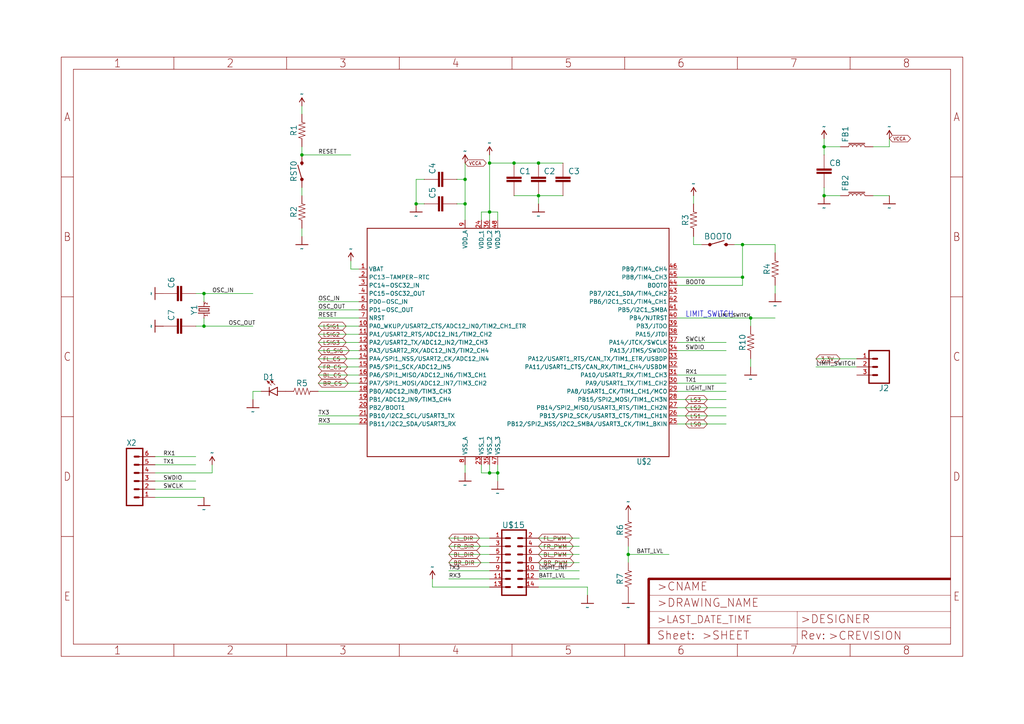
<source format=kicad_sch>
(kicad_sch (version 20211123) (generator eeschema)
  (paper "User" 318.77 225.501)
  (lib_symbols
    (symbol "layer1-eagle-import:3.3V" (power)
      (property "Value" "3.3V" (at 0 2.794 0))
      (symbol "3.3V_1_0"
        (polyline (pts (xy 0 2.54) (xy -0.762 1.27)) (stroke (width 0.254)))
        (polyline (pts (xy 0.762 1.27) (xy 0 2.54)) (stroke (width 0.254)))
        (pin power_in line (at 0 0 90) (length 2.54) (name "3.3V") (number "1"))
      )
    )
    (symbol "layer1-eagle-import:AGND" (power)
      (property "Value" "AGND" (at 0 -0.254 0))
      (symbol "AGND_1_0"
        (polyline (pts (xy -1.905 0) (xy 1.905 0)) (stroke (width 0.254)))
        (pin power_in line (at 0 2.54 270) (length 2.54) (name "AGND") (number "1"))
      )
    )
    (symbol "layer1-eagle-import:CAPACITOR0603"
      (property "Reference" "C" (at 1.524 2.54 0))
      (property "Value" "CAPACITOR0603" (at 1.524 -2.54 0))
      (symbol "CAPACITOR0603_1_0"
        (rectangle (start -2.286 -0.762) (end 2.286 -0.254) (fill (type outline)))
        (rectangle (start -2.286 0.254) (end 2.286 0.762) (fill (type outline)))
        (polyline (pts (xy 0 -0.762) (xy 0 -5.08)) (stroke (width 0.1524)))
        (polyline (pts (xy 0 5.08) (xy 0 0.762)) (stroke (width 0.1524)))
        (pin passive line (at 0 5.08 270) (length 0) (name "1") (number "1"))
        (pin passive line (at 0 -5.08 90) (length 0) (name "2") (number "2"))
      )
    )
    (symbol "layer1-eagle-import:CONN_03LOCK_NO_SILK"
      (property "Reference" "J" (at -2.54 5.588 0))
      (property "Value" "CONN_03LOCK_NO_SILK" (at -2.54 -7.366 0))
      (symbol "CONN_03LOCK_NO_SILK_1_0"
        (polyline (pts (xy -2.54 5.08) (xy -2.54 -5.08)) (stroke (width 0.4064)))
        (polyline (pts (xy -2.54 5.08) (xy 3.81 5.08)) (stroke (width 0.4064)))
        (polyline (pts (xy 1.27 -2.54) (xy 2.54 -2.54)) (stroke (width 0.6096)))
        (polyline (pts (xy 1.27 0) (xy 2.54 0)) (stroke (width 0.6096)))
        (polyline (pts (xy 1.27 2.54) (xy 2.54 2.54)) (stroke (width 0.6096)))
        (polyline (pts (xy 3.81 -5.08) (xy -2.54 -5.08)) (stroke (width 0.4064)))
        (polyline (pts (xy 3.81 -5.08) (xy 3.81 5.08)) (stroke (width 0.4064)))
        (pin passive line (at 7.62 -2.54 180) (length 5.08) (name "1") (number "1"))
        (pin passive line (at 7.62 0 180) (length 5.08) (name "2") (number "2"))
        (pin passive line (at 7.62 2.54 180) (length 5.08) (name "3") (number "3"))
      )
    )
    (symbol "layer1-eagle-import:CONN_07X2"
      (property "Value" "CONN_07X2" (at -3.81 -12.446 0))
      (symbol "CONN_07X2_1_0"
        (polyline (pts (xy -3.81 10.16) (xy -3.81 -10.16)) (stroke (width 0.4064)))
        (polyline (pts (xy -3.81 10.16) (xy 3.81 10.16)) (stroke (width 0.4064)))
        (polyline (pts (xy -1.27 -7.62) (xy -2.54 -7.62)) (stroke (width 0.6096)))
        (polyline (pts (xy -1.27 -5.08) (xy -2.54 -5.08)) (stroke (width 0.6096)))
        (polyline (pts (xy -1.27 -2.54) (xy -2.54 -2.54)) (stroke (width 0.6096)))
        (polyline (pts (xy -1.27 0) (xy -2.54 0)) (stroke (width 0.6096)))
        (polyline (pts (xy -1.27 2.54) (xy -2.54 2.54)) (stroke (width 0.6096)))
        (polyline (pts (xy -1.27 5.08) (xy -2.54 5.08)) (stroke (width 0.6096)))
        (polyline (pts (xy -1.27 7.62) (xy -2.54 7.62)) (stroke (width 0.6096)))
        (polyline (pts (xy 1.27 -7.62) (xy 2.54 -7.62)) (stroke (width 0.6096)))
        (polyline (pts (xy 1.27 -5.08) (xy 2.54 -5.08)) (stroke (width 0.6096)))
        (polyline (pts (xy 1.27 -2.54) (xy 2.54 -2.54)) (stroke (width 0.6096)))
        (polyline (pts (xy 1.27 0) (xy 2.54 0)) (stroke (width 0.6096)))
        (polyline (pts (xy 1.27 2.54) (xy 2.54 2.54)) (stroke (width 0.6096)))
        (polyline (pts (xy 1.27 5.08) (xy 2.54 5.08)) (stroke (width 0.6096)))
        (polyline (pts (xy 1.27 7.62) (xy 2.54 7.62)) (stroke (width 0.6096)))
        (polyline (pts (xy 3.81 -10.16) (xy -3.81 -10.16)) (stroke (width 0.4064)))
        (polyline (pts (xy 3.81 -10.16) (xy 3.81 10.16)) (stroke (width 0.4064)))
        (pin passive line (at -7.62 7.62 0) (length 5.08) (name "1") (number "1"))
        (pin passive line (at 7.62 -2.54 180) (length 5.08) (name "10") (number "10"))
        (pin passive line (at -7.62 -5.08 0) (length 5.08) (name "11") (number "11"))
        (pin passive line (at 7.62 -5.08 180) (length 5.08) (name "12") (number "12"))
        (pin passive line (at -7.62 -7.62 0) (length 5.08) (name "13") (number "13"))
        (pin passive line (at 7.62 -7.62 180) (length 5.08) (name "14") (number "14"))
        (pin passive line (at 7.62 7.62 180) (length 5.08) (name "2") (number "2"))
        (pin passive line (at -7.62 5.08 0) (length 5.08) (name "3") (number "3"))
        (pin passive line (at 7.62 5.08 180) (length 5.08) (name "4") (number "4"))
        (pin passive line (at -7.62 2.54 0) (length 5.08) (name "5") (number "5"))
        (pin passive line (at 7.62 2.54 180) (length 5.08) (name "6") (number "6"))
        (pin passive line (at -7.62 0 0) (length 5.08) (name "7") (number "7"))
        (pin passive line (at 7.62 0 180) (length 5.08) (name "8") (number "8"))
        (pin passive line (at -7.62 -2.54 0) (length 5.08) (name "9") (number "9"))
      )
    )
    (symbol "layer1-eagle-import:CRYSTALSMD-5X3.2-2PAD"
      (property "Reference" "Y" (at 0 2.032 0))
      (property "Value" "CRYSTALSMD-5X3.2-2PAD" (at 0 -2.032 0))
      (symbol "CRYSTALSMD-5X3.2-2PAD_1_0"
        (polyline (pts (xy -2.54 0) (xy -1.016 0)) (stroke (width 0.1524)))
        (polyline (pts (xy -1.016 1.778) (xy -1.016 -1.778)) (stroke (width 0.254)))
        (polyline (pts (xy -0.381 -1.524) (xy 0.381 -1.524)) (stroke (width 0.254)))
        (polyline (pts (xy -0.381 1.524) (xy -0.381 -1.524)) (stroke (width 0.254)))
        (polyline (pts (xy 0.381 -1.524) (xy 0.381 1.524)) (stroke (width 0.254)))
        (polyline (pts (xy 0.381 1.524) (xy -0.381 1.524)) (stroke (width 0.254)))
        (polyline (pts (xy 1.016 0) (xy 2.54 0)) (stroke (width 0.1524)))
        (polyline (pts (xy 1.016 1.778) (xy 1.016 -1.778)) (stroke (width 0.254)))
        (text "1" (at -2.159 -1.143 0) (effects (font (size 0.8636 0.734)) (justify left bottom)))
        (text "2" (at 1.524 -1.143 0) (effects (font (size 0.8636 0.734)) (justify left bottom)))
        (pin passive line (at -2.54 0 0) (length 0) (name "1") (number "P$1"))
        (pin passive line (at 2.54 0 180) (length 0) (name "2") (number "P$2"))
      )
    )
    (symbol "layer1-eagle-import:FERRITE_BEAD-0603"
      (property "Reference" "FB" (at 1.27 2.54 0))
      (property "Value" "FERRITE_BEAD-0603" (at 1.27 -2.54 0))
      (symbol "FERRITE_BEAD-0603_1_0"
        (arc (start 0 -2.54) (mid 0.635 -1.905) (end 0 -1.27) (stroke (width 0.1524)))
        (arc (start 0 -1.27) (mid 0.635 -0.635) (end 0 0) (stroke (width 0.1524)))
        (polyline (pts (xy 0.889 2.54) (xy 0.889 -2.54)) (stroke (width 0.1524)))
        (polyline (pts (xy 1.143 2.54) (xy 1.143 -2.54)) (stroke (width 0.1524)))
        (arc (start 0 0) (mid 0.635 0.635) (end 0 1.27) (stroke (width 0.1524)))
        (arc (start 0 1.27) (mid 0.635 1.905) (end 0 2.54) (stroke (width 0.1524)))
        (pin passive line (at 0 5.08 270) (length 2.54) (name "1") (number "1"))
        (pin passive line (at 0 -5.08 90) (length 2.54) (name "2") (number "2"))
      )
    )
    (symbol "layer1-eagle-import:FRAME-A4L"
      (symbol "FRAME-A4L_0_0"
        (polyline (pts (xy -3.81 33.528) (xy 0 33.528)))
        (polyline (pts (xy -3.81 70.866) (xy 0 70.866)))
        (polyline (pts (xy -3.81 108.204) (xy 0 108.204)))
        (polyline (pts (xy -3.81 145.542) (xy 0 145.542)))
        (polyline (pts (xy 0 0) (xy 0 179.07)))
        (polyline (pts (xy 31.2738 -3.81) (xy 31.2738 0)))
        (polyline (pts (xy 31.2738 179.07) (xy 31.2738 182.88)))
        (polyline (pts (xy 66.3575 -3.81) (xy 66.3575 0)))
        (polyline (pts (xy 66.3575 179.07) (xy 66.3575 182.88)))
        (polyline (pts (xy 101.4413 -3.81) (xy 101.4413 0)))
        (polyline (pts (xy 101.4413 179.07) (xy 101.4413 182.88)))
        (polyline (pts (xy 136.525 -3.81) (xy 136.525 0)))
        (polyline (pts (xy 136.525 179.07) (xy 136.525 182.88)))
        (polyline (pts (xy 171.6088 -3.81) (xy 171.6088 0)))
        (polyline (pts (xy 171.6088 179.07) (xy 171.6088 182.88)))
        (polyline (pts (xy 206.6925 -3.81) (xy 206.6925 0)))
        (polyline (pts (xy 206.6925 179.07) (xy 206.6925 182.88)))
        (polyline (pts (xy 241.7763 -3.81) (xy 241.7763 0)))
        (polyline (pts (xy 241.7763 179.07) (xy 241.7763 182.88)))
        (polyline (pts (xy 273.05 0) (xy 0 0)))
        (polyline (pts (xy 273.05 0) (xy 273.05 179.07)))
        (polyline (pts (xy 273.05 33.528) (xy 276.86 33.528)))
        (polyline (pts (xy 273.05 70.866) (xy 276.86 70.866)))
        (polyline (pts (xy 273.05 108.204) (xy 276.86 108.204)))
        (polyline (pts (xy 273.05 145.542) (xy 276.86 145.542)))
        (polyline (pts (xy 273.05 179.07) (xy 0 179.07)))
        (polyline (pts (xy -3.81 -3.81) (xy 276.86 -3.81) (xy 276.86 182.88) (xy -3.81 182.88) (xy -3.81 -3.81)))
        (text "1" (at 13.7319 -1.905 0) (effects (font (size 2.54 2.286))))
        (text "1" (at 13.7319 180.975 0) (effects (font (size 2.54 2.286))))
        (text "2" (at 48.8156 -1.905 0) (effects (font (size 2.54 2.286))))
        (text "2" (at 48.8156 180.975 0) (effects (font (size 2.54 2.286))))
        (text "3" (at 83.8994 -1.905 0) (effects (font (size 2.54 2.286))))
        (text "3" (at 83.8994 180.975 0) (effects (font (size 2.54 2.286))))
        (text "4" (at 118.9831 -1.905 0) (effects (font (size 2.54 2.286))))
        (text "4" (at 118.9831 180.975 0) (effects (font (size 2.54 2.286))))
        (text "5" (at 154.0669 -1.905 0) (effects (font (size 2.54 2.286))))
        (text "5" (at 154.0669 180.975 0) (effects (font (size 2.54 2.286))))
        (text "6" (at 189.1506 -1.905 0) (effects (font (size 2.54 2.286))))
        (text "6" (at 189.1506 180.975 0) (effects (font (size 2.54 2.286))))
        (text "7" (at 224.2344 -1.905 0) (effects (font (size 2.54 2.286))))
        (text "7" (at 224.2344 180.975 0) (effects (font (size 2.54 2.286))))
        (text "8" (at 259.3181 -1.905 0) (effects (font (size 2.54 2.286))))
        (text "8" (at 259.3181 180.975 0) (effects (font (size 2.54 2.286))))
        (text "A" (at -1.905 164.211 0) (effects (font (size 2.54 2.286))))
        (text "A" (at 274.955 164.211 0) (effects (font (size 2.54 2.286))))
        (text "B" (at -1.905 126.873 0) (effects (font (size 2.54 2.286))))
        (text "B" (at 274.955 126.873 0) (effects (font (size 2.54 2.286))))
        (text "C" (at -1.905 89.535 0) (effects (font (size 2.54 2.286))))
        (text "C" (at 274.955 89.535 0) (effects (font (size 2.54 2.286))))
        (text "D" (at -1.905 52.197 0) (effects (font (size 2.54 2.286))))
        (text "D" (at 274.955 52.197 0) (effects (font (size 2.54 2.286))))
        (text "E" (at -1.905 14.859 0) (effects (font (size 2.54 2.286))))
        (text "E" (at 274.955 14.859 0) (effects (font (size 2.54 2.286))))
      )
      (symbol "FRAME-A4L_1_0"
        (polyline (pts (xy 179.07 10.16) (xy 225.29 10.16)) (stroke (width 0.1016)))
        (polyline (pts (xy 179.07 15.24) (xy 273.05 15.24)) (stroke (width 0.1016)))
        (polyline (pts (xy 179.07 19.05) (xy 179.07 20.32)) (stroke (width 0.6096)))
        (polyline (pts (xy 179.07 20.32) (xy 180.34 20.32)) (stroke (width 0.6096)))
        (polyline (pts (xy 225.29 -0.1) (xy 225.29 5.08)) (stroke (width 0.1016)))
        (polyline (pts (xy 225.29 5.08) (xy 179.07 5.08)) (stroke (width 0.1016)))
        (polyline (pts (xy 225.29 5.08) (xy 225.29 10.16)) (stroke (width 0.1016)))
        (polyline (pts (xy 225.29 5.08) (xy 273.05 5.08)) (stroke (width 0.1016)))
        (polyline (pts (xy 225.29 10.16) (xy 273.05 10.16)) (stroke (width 0.1016)))
        (rectangle (start 178.7652 0) (end 179.3748 20.32) (fill (type outline)))
        (rectangle (start 179.07 20.6248) (end 273.05 20.0152) (fill (type outline)))
        (text ">CNAME" (at 181.61 16.51 0) (effects (font (size 2.54 2.54)) (justify left bottom)))
        (text ">CREVISION" (at 234.92 1.17 0) (effects (font (size 2.54 2.54)) (justify left bottom)))
        (text ">DESIGNER" (at 226.26 6.35 0) (effects (font (size 2.54 2.54)) (justify left bottom)))
        (text ">DRAWING_NAME" (at 181.61 11.43 0) (effects (font (size 2.54 2.54)) (justify left bottom)))
        (text ">LAST_DATE_TIME" (at 181.61 6.35 0) (effects (font (size 2.286 2.286)) (justify left bottom)))
        (text ">SHEET" (at 195.58 1.27 0) (effects (font (size 2.54 2.54)) (justify left bottom)))
        (text "Rev:" (at 226.16 1.27 0) (effects (font (size 2.54 2.54)) (justify left bottom)))
        (text "Sheet:" (at 181.61 1.27 0) (effects (font (size 2.54 2.54)) (justify left bottom)))
      )
    )
    (symbol "layer1-eagle-import:GND" (power)
      (property "Value" "GND" (at 0 -0.254 0))
      (symbol "GND_1_0"
        (polyline (pts (xy -1.905 0) (xy 1.905 0)) (stroke (width 0.254)))
        (pin power_in line (at 0 2.54 270) (length 2.54) (name "GND") (number "1"))
      )
    )
    (symbol "layer1-eagle-import:LED0603"
      (property "Reference" "D" (at -3.429 -4.572 90))
      (property "Value" "LED0603" (at 1.905 -4.572 90))
      (symbol "LED0603_1_0"
        (polyline (pts (xy -2.032 -0.762) (xy -3.429 -2.159)) (stroke (width 0.1524)))
        (polyline (pts (xy -1.905 -1.905) (xy -3.302 -3.302)) (stroke (width 0.1524)))
        (polyline (pts (xy 0 -2.54) (xy -1.27 -2.54)) (stroke (width 0.254)))
        (polyline (pts (xy 0 -2.54) (xy -1.27 0)) (stroke (width 0.254)))
        (polyline (pts (xy 1.27 -2.54) (xy 0 -2.54)) (stroke (width 0.254)))
        (polyline (pts (xy 1.27 0) (xy -1.27 0)) (stroke (width 0.254)))
        (polyline (pts (xy 1.27 0) (xy 0 -2.54)) (stroke (width 0.254)))
        (polyline (pts (xy -3.429 -2.159) (xy -3.048 -1.27) (xy -2.54 -1.778)) (fill (type outline)))
        (polyline (pts (xy -3.302 -3.302) (xy -2.921 -2.413) (xy -2.413 -2.921)) (fill (type outline)))
        (pin passive line (at 0 2.54 270) (length 2.54) (name "A") (number "A"))
        (pin passive line (at 0 -5.08 90) (length 2.54) (name "C") (number "C"))
      )
    )
    (symbol "layer1-eagle-import:MOMENTARY_SWITCH_4X3"
      (property "Value" "MOMENTARY_SWITCH_4X3" (at 0 -0.508 0))
      (symbol "MOMENTARY_SWITCH_4X3_1_0"
        (circle (center -2.54 0) (radius 0.127) (stroke (width 0.4064)))
        (polyline (pts (xy -2.54 0) (xy 1.905 1.27)) (stroke (width 0.254)))
        (polyline (pts (xy 1.905 0) (xy 2.54 0)) (stroke (width 0.254)))
        (circle (center 2.54 0) (radius 0.127) (stroke (width 0.4064)))
        (pin passive line (at -5.08 0 0) (length 2.54) (name "1") (number "P$1"))
        (pin passive line (at 5.08 0 180) (length 2.54) (name "2") (number "P$2"))
      )
    )
    (symbol "layer1-eagle-import:RESISTOR0603"
      (property "Reference" "R" (at 0 1.524 0))
      (property "Value" "RESISTOR0603" (at 0 -1.524 0))
      (symbol "RESISTOR0603_1_0"
        (polyline (pts (xy -2.54 0) (xy -2.159 1.016)) (stroke (width 0.1524)))
        (polyline (pts (xy -2.159 1.016) (xy -1.524 -1.016)) (stroke (width 0.1524)))
        (polyline (pts (xy -1.524 -1.016) (xy -0.889 1.016)) (stroke (width 0.1524)))
        (polyline (pts (xy -0.889 1.016) (xy -0.254 -1.016)) (stroke (width 0.1524)))
        (polyline (pts (xy -0.254 -1.016) (xy 0.381 1.016)) (stroke (width 0.1524)))
        (polyline (pts (xy 0.381 1.016) (xy 1.016 -1.016)) (stroke (width 0.1524)))
        (polyline (pts (xy 1.016 -1.016) (xy 1.651 1.016)) (stroke (width 0.1524)))
        (polyline (pts (xy 1.651 1.016) (xy 2.286 -1.016)) (stroke (width 0.1524)))
        (polyline (pts (xy 2.286 -1.016) (xy 2.54 0)) (stroke (width 0.1524)))
        (pin passive line (at -5.08 0 0) (length 2.54) (name "1") (number "1"))
        (pin passive line (at 5.08 0 180) (length 2.54) (name "2") (number "2"))
      )
    )
    (symbol "layer1-eagle-import:SM06B-SRSS-TB"
      (property "Reference" "X" (at -1.27 8.382 0))
      (property "Value" "SM06B-SRSS-TB" (at -1.27 -12.7 0))
      (symbol "SM06B-SRSS-TB_1_0"
        (polyline (pts (xy -1.27 7.62) (xy -1.27 -10.16)) (stroke (width 0.4064)))
        (polyline (pts (xy -1.27 7.62) (xy 3.81 7.62)) (stroke (width 0.4064)))
        (polyline (pts (xy 1.27 -7.62) (xy 2.54 -7.62)) (stroke (width 0.6096)))
        (polyline (pts (xy 1.27 -5.08) (xy 2.54 -5.08)) (stroke (width 0.6096)))
        (polyline (pts (xy 1.27 -2.54) (xy 2.54 -2.54)) (stroke (width 0.6096)))
        (polyline (pts (xy 1.27 0) (xy 2.54 0)) (stroke (width 0.6096)))
        (polyline (pts (xy 1.27 2.54) (xy 2.54 2.54)) (stroke (width 0.6096)))
        (polyline (pts (xy 1.27 5.08) (xy 2.54 5.08)) (stroke (width 0.6096)))
        (polyline (pts (xy 3.81 -10.16) (xy -1.27 -10.16)) (stroke (width 0.4064)))
        (polyline (pts (xy 3.81 -10.16) (xy 3.81 7.62)) (stroke (width 0.4064)))
        (pin passive line (at 7.62 -7.62 180) (length 5.08) (name "1") (number "1"))
        (pin passive line (at 7.62 -5.08 180) (length 5.08) (name "2") (number "2"))
        (pin passive line (at 7.62 -2.54 180) (length 5.08) (name "3") (number "3"))
        (pin passive line (at 7.62 0 180) (length 5.08) (name "4") (number "4"))
        (pin passive line (at 7.62 2.54 180) (length 5.08) (name "5") (number "5"))
        (pin passive line (at 7.62 5.08 180) (length 5.08) (name "6") (number "6"))
      )
    )
    (symbol "layer1-eagle-import:STM32F103CBT6"
      (property "Value" "STM32F103CBT6" (at 45.72 38.1 0))
      (symbol "STM32F103CBT6_1_0"
        (polyline (pts (xy -45.72 -35.56) (xy 48.26 -35.56)) (stroke (width 0.254)))
        (polyline (pts (xy -45.72 35.56) (xy -45.72 -35.56)) (stroke (width 0.254)))
        (polyline (pts (xy 48.26 -35.56) (xy 48.26 35.56)) (stroke (width 0.254)))
        (polyline (pts (xy 48.26 35.56) (xy -45.72 35.56)) (stroke (width 0.254)))
        (pin power_in line (at -48.26 22.86 0) (length 2.54) (name "VBAT") (number "1"))
        (pin bidirectional line (at -48.26 5.08 0) (length 2.54) (name "PA0_WKUP/USART2_CTS/ADC12_IN0/TIM2_CH1_ETR") (number "10"))
        (pin bidirectional line (at -48.26 2.54 0) (length 2.54) (name "PA1/USART2_RTS/ADC12_IN1/TIM2_CH2") (number "11"))
        (pin bidirectional line (at -48.26 0 0) (length 2.54) (name "PA2/USART2_TX/ADC12_IN2/TIM2_CH3") (number "12"))
        (pin bidirectional line (at -48.26 -2.54 0) (length 2.54) (name "PA3/USART2_RX/ADC12_IN3/TIM2_CH4") (number "13"))
        (pin bidirectional line (at -48.26 -5.08 0) (length 2.54) (name "PA4/SPI1_NSS/USART2_CK/ADC12_IN4") (number "14"))
        (pin bidirectional line (at -48.26 -7.62 0) (length 2.54) (name "PA5/SPI1_SCK/ADC12_IN5") (number "15"))
        (pin bidirectional line (at -48.26 -10.16 0) (length 2.54) (name "PA6/SPI1_MISO/ADC12_IN6/TIM3_CH1") (number "16"))
        (pin bidirectional line (at -48.26 -12.7 0) (length 2.54) (name "PA7/SPI1_MOSI/ADC12_IN7/TIM3_CH2") (number "17"))
        (pin bidirectional line (at -48.26 -15.24 0) (length 2.54) (name "PB0/ADC12_IN8/TIM3_CH3") (number "18"))
        (pin bidirectional line (at -48.26 -17.78 0) (length 2.54) (name "PB1/ADC12_IN9/TIM3_CH4") (number "19"))
        (pin input line (at -48.26 20.32 0) (length 2.54) (name "PC13-TAMPER-RTC") (number "2"))
        (pin bidirectional line (at -48.26 -20.32 0) (length 2.54) (name "PB2/BOOT1") (number "20"))
        (pin input line (at -48.26 -22.86 0) (length 2.54) (name "PB10/I2C2_SCL/USART3_TX") (number "21"))
        (pin input line (at -48.26 -25.4 0) (length 2.54) (name "PB11/I2C2_SDA/USART3_RX") (number "22"))
        (pin power_in line (at -10.16 -38.1 90) (length 2.54) (name "VSS_1") (number "23"))
        (pin power_in line (at -10.16 38.1 270) (length 2.54) (name "VDD_1") (number "24"))
        (pin input line (at 50.8 -25.4 180) (length 2.54) (name "PB12/SPI2_NSS/I2C2_SMBA/USART3_CK/TIM1_BKIN") (number "25"))
        (pin input line (at 50.8 -22.86 180) (length 2.54) (name "PB13/SPI2_SCK/USART3_CTS/TIM1_CH1N") (number "26"))
        (pin input line (at 50.8 -20.32 180) (length 2.54) (name "PB14/SPI2_MISO/USART3_RTS/TIM1_CH2N") (number "27"))
        (pin input line (at 50.8 -17.78 180) (length 2.54) (name "PB15/SPI2_MOSI/TIM1_CH3N") (number "28"))
        (pin bidirectional line (at 50.8 -15.24 180) (length 2.54) (name "PA8/USART1_CK/TIM1_CH1/MCO") (number "29"))
        (pin input line (at -48.26 17.78 0) (length 2.54) (name "PC14-OSC32_IN") (number "3"))
        (pin input line (at 50.8 -12.7 180) (length 2.54) (name "PA9/USART1_TX/TIM1_CH2") (number "30"))
        (pin bidirectional line (at 50.8 -10.16 180) (length 2.54) (name "PA10/USART1_RX/TIM1_CH3") (number "31"))
        (pin bidirectional line (at 50.8 -7.62 180) (length 2.54) (name "PA11/USART1_CTS/CAN_RX/TIM1_CH4/USBDM") (number "32"))
        (pin bidirectional line (at 50.8 -5.08 180) (length 2.54) (name "PA12/USART1_RTS/CAN_TX/TIM1_ETR/USBDP") (number "33"))
        (pin bidirectional line (at 50.8 -2.54 180) (length 2.54) (name "PA13/JTMS/SWDIO") (number "34"))
        (pin power_in line (at -7.62 -38.1 90) (length 2.54) (name "VSS_2") (number "35"))
        (pin power_in line (at -7.62 38.1 270) (length 2.54) (name "VDD_2") (number "36"))
        (pin bidirectional line (at 50.8 0 180) (length 2.54) (name "PA14/JTCK/SWCLK") (number "37"))
        (pin bidirectional line (at 50.8 2.54 180) (length 2.54) (name "PA15/JTDI") (number "38"))
        (pin bidirectional line (at 50.8 5.08 180) (length 2.54) (name "PB3/JTDO") (number "39"))
        (pin input line (at -48.26 15.24 0) (length 2.54) (name "PC15-OSC32_OUT") (number "4"))
        (pin bidirectional line (at 50.8 7.62 180) (length 2.54) (name "PB4/NJTRST") (number "40"))
        (pin input line (at 50.8 10.16 180) (length 2.54) (name "PB5/I2C1_SMBA") (number "41"))
        (pin input line (at 50.8 12.7 180) (length 2.54) (name "PB6/I2C1_SCL/TIM4_CH1") (number "42"))
        (pin bidirectional line (at 50.8 15.24 180) (length 2.54) (name "PB7/I2C1_SDA/TIM4_CH2") (number "43"))
        (pin input line (at 50.8 17.78 180) (length 2.54) (name "BOOT0") (number "44"))
        (pin bidirectional line (at 50.8 20.32 180) (length 2.54) (name "PB8/TIM4_CH3") (number "45"))
        (pin input line (at 50.8 22.86 180) (length 2.54) (name "PB9/TIM4_CH4") (number "46"))
        (pin power_in line (at -5.08 -38.1 90) (length 2.54) (name "VSS_3") (number "47"))
        (pin power_in line (at -5.08 38.1 270) (length 2.54) (name "VDD_3") (number "48"))
        (pin input line (at -48.26 12.7 0) (length 2.54) (name "PD0-OSC_IN") (number "5"))
        (pin input line (at -48.26 10.16 0) (length 2.54) (name "PD1-OSC_OUT") (number "6"))
        (pin input line (at -48.26 7.62 0) (length 2.54) (name "NRST") (number "7"))
        (pin power_in line (at -15.24 -38.1 90) (length 2.54) (name "VSS_A") (number "8"))
        (pin power_in line (at -15.24 38.1 270) (length 2.54) (name "VDD_A") (number "9"))
      )
    )
    (symbol "layer1-eagle-import:VCCA" (power)
      (property "Value" "VCCA" (at 0 2.794 0))
      (symbol "VCCA_1_0"
        (polyline (pts (xy 0 2.54) (xy -0.762 1.27)) (stroke (width 0.254)))
        (polyline (pts (xy 0.762 1.27) (xy 0 2.54)) (stroke (width 0.254)))
        (pin power_in line (at 0 0 90) (length 2.54) (name "VCCA") (number "1"))
      )
    )
    (symbol "layer1-eagle-import:V_BATT" (power)
      (property "Value" "V_BATT" (at 0 2.794 0))
      (symbol "V_BATT_1_0"
        (polyline (pts (xy 0 2.54) (xy -0.762 1.27)) (stroke (width 0.254)))
        (polyline (pts (xy 0.762 1.27) (xy 0 2.54)) (stroke (width 0.254)))
        (pin power_in line (at 0 0 90) (length 2.54) (name "V_BATT") (number "1"))
      )
    )
  )
  (junction (at 129.54 63.5))
  (junction (at 144.78 55.88))
  (junction (at 231.14 76.2))
  (junction (at 160.02 50.8))
  (junction (at 233.68 99.06))
  (junction (at 231.14 86.36))
  (junction (at 63.5 91.44))
  (junction (at 167.64 50.8))
  (junction (at 152.4 50.8))
  (junction (at 195.58 172.72))
  (junction (at 93.98 48.26))
  (junction (at 256.54 45.72))
  (junction (at 167.64 60.96))
  (junction (at 256.54 60.96))
  (junction (at 154.94 147.32))
  (junction (at 144.78 63.5))
  (junction (at 152.4 66.04))
  (junction (at 63.5 101.6))
  (junction (at 152.4 147.32))
  (wire (pts (xy 111.76 132.08) (xy 99.06 132.08)))
  (wire (pts (xy 152.4 182.88) (xy 134.62 182.88)))
  (wire (pts (xy 111.76 121.92) (xy 99.06 121.92)))
  (wire (pts (xy 256.54 58.42) (xy 256.54 60.96)))
  (wire (pts (xy 152.4 167.64) (xy 139.7 167.64)))
  (wire (pts (xy 167.64 60.96) (xy 175.26 60.96)))
  (wire (pts (xy 167.64 167.64) (xy 180.34 167.64)))
  (wire (pts (xy 210.82 132.08) (xy 226.06 132.08)))
  (wire (pts (xy 195.58 170.18) (xy 195.58 172.72)))
  (wire (pts (xy 149.86 68.58) (xy 149.86 66.04)))
  (wire (pts (xy 63.5 91.44) (xy 60.96 91.44)))
  (wire (pts (xy 152.4 144.78) (xy 152.4 147.32)))
  (wire (pts (xy 210.82 124.46) (xy 226.06 124.46)))
  (wire (pts (xy 231.14 86.36) (xy 231.14 76.2)))
  (wire (pts (xy 93.98 60.96) (xy 93.98 58.42)))
  (wire (pts (xy 152.4 177.8) (xy 139.7 177.8)))
  (wire (pts (xy 154.94 144.78) (xy 154.94 147.32)))
  (wire (pts (xy 134.62 182.88) (xy 134.62 180.34)))
  (wire (pts (xy 144.78 144.78) (xy 144.78 147.32)))
  (wire (pts (xy 149.86 147.32) (xy 152.4 147.32)))
  (wire (pts (xy 142.24 63.5) (xy 144.78 63.5)))
  (wire (pts (xy 228.6 76.2) (xy 231.14 76.2)))
  (wire (pts (xy 160.02 50.8) (xy 152.4 50.8)))
  (wire (pts (xy 210.82 88.9) (xy 231.14 88.9)))
  (wire (pts (xy 210.82 86.36) (xy 231.14 86.36)))
  (wire (pts (xy 111.76 106.68) (xy 99.06 106.68)))
  (wire (pts (xy 231.14 88.9) (xy 231.14 86.36)))
  (wire (pts (xy 142.24 55.88) (xy 144.78 55.88)))
  (wire (pts (xy 152.4 172.72) (xy 139.7 172.72)))
  (wire (pts (xy 66.04 144.78) (xy 66.04 147.32)))
  (wire (pts (xy 210.82 99.06) (xy 233.68 99.06)))
  (wire (pts (xy 152.4 147.32) (xy 154.94 147.32)))
  (wire (pts (xy 261.62 60.96) (xy 256.54 60.96)))
  (wire (pts (xy 276.86 43.18) (xy 276.86 45.72)))
  (wire (pts (xy 144.78 50.8) (xy 144.78 55.88)))
  (wire (pts (xy 111.76 111.76) (xy 99.06 111.76)))
  (wire (pts (xy 111.76 116.84) (xy 99.06 116.84)))
  (wire (pts (xy 233.68 111.76) (xy 233.68 114.3)))
  (wire (pts (xy 241.3 88.9) (xy 241.3 91.44)))
  (wire (pts (xy 132.08 55.88) (xy 129.54 55.88)))
  (wire (pts (xy 167.64 180.34) (xy 180.34 180.34)))
  (wire (pts (xy 215.9 73.66) (xy 215.9 76.2)))
  (wire (pts (xy 81.28 121.92) (xy 78.74 121.92)))
  (wire (pts (xy 111.76 101.6) (xy 99.06 101.6)))
  (wire (pts (xy 195.58 172.72) (xy 195.58 175.26)))
  (wire (pts (xy 48.26 142.24) (xy 60.96 142.24)))
  (wire (pts (xy 182.88 182.88) (xy 182.88 185.42)))
  (wire (pts (xy 167.64 177.8) (xy 180.34 177.8)))
  (wire (pts (xy 93.98 48.26) (xy 109.22 48.26)))
  (wire (pts (xy 48.26 152.4) (xy 60.96 152.4)))
  (wire (pts (xy 167.64 182.88) (xy 182.88 182.88)))
  (wire (pts (xy 233.68 99.06) (xy 241.3 99.06)))
  (wire (pts (xy 167.64 60.96) (xy 167.64 63.5)))
  (wire (pts (xy 210.82 106.68) (xy 226.06 106.68)))
  (wire (pts (xy 152.4 50.8) (xy 152.4 48.26)))
  (wire (pts (xy 63.5 93.98) (xy 63.5 91.44)))
  (wire (pts (xy 111.76 129.54) (xy 99.06 129.54)))
  (wire (pts (xy 149.86 66.04) (xy 152.4 66.04)))
  (wire (pts (xy 256.54 48.26) (xy 256.54 45.72)))
  (wire (pts (xy 93.98 45.72) (xy 93.98 48.26)))
  (wire (pts (xy 276.86 60.96) (xy 271.78 60.96)))
  (wire (pts (xy 152.4 68.58) (xy 152.4 66.04)))
  (wire (pts (xy 160.02 60.96) (xy 167.64 60.96)))
  (wire (pts (xy 149.86 144.78) (xy 149.86 147.32)))
  (wire (pts (xy 111.76 93.98) (xy 99.06 93.98)))
  (wire (pts (xy 210.82 116.84) (xy 226.06 116.84)))
  (wire (pts (xy 210.82 127) (xy 226.06 127)))
  (wire (pts (xy 63.5 101.6) (xy 60.96 101.6)))
  (wire (pts (xy 154.94 68.58) (xy 154.94 66.04)))
  (wire (pts (xy 210.82 109.22) (xy 226.06 109.22)))
  (wire (pts (xy 111.76 109.22) (xy 99.06 109.22)))
  (wire (pts (xy 48.26 154.94) (xy 63.5 154.94)))
  (wire (pts (xy 276.86 45.72) (xy 271.78 45.72)))
  (wire (pts (xy 195.58 172.72) (xy 208.28 172.72)))
  (wire (pts (xy 210.82 121.92) (xy 226.06 121.92)))
  (wire (pts (xy 261.62 45.72) (xy 256.54 45.72)))
  (wire (pts (xy 215.9 76.2) (xy 218.44 76.2)))
  (wire (pts (xy 111.76 119.38) (xy 99.06 119.38)))
  (wire (pts (xy 78.74 101.6) (xy 63.5 101.6)))
  (wire (pts (xy 266.7 111.76) (xy 254 111.76)))
  (wire (pts (xy 144.78 63.5) (xy 144.78 68.58)))
  (wire (pts (xy 63.5 99.06) (xy 63.5 101.6)))
  (wire (pts (xy 152.4 175.26) (xy 139.7 175.26)))
  (wire (pts (xy 152.4 180.34) (xy 139.7 180.34)))
  (wire (pts (xy 241.3 76.2) (xy 241.3 78.74)))
  (wire (pts (xy 154.94 147.32) (xy 154.94 149.86)))
  (wire (pts (xy 48.26 144.78) (xy 60.96 144.78)))
  (wire (pts (xy 167.64 172.72) (xy 180.34 172.72)))
  (wire (pts (xy 109.22 83.82) (xy 109.22 81.28)))
  (wire (pts (xy 167.64 170.18) (xy 180.34 170.18)))
  (wire (pts (xy 78.74 91.44) (xy 63.5 91.44)))
  (wire (pts (xy 210.82 119.38) (xy 226.06 119.38)))
  (wire (pts (xy 78.74 121.92) (xy 78.74 124.46)))
  (wire (pts (xy 160.02 50.8) (xy 167.64 50.8)))
  (wire (pts (xy 111.76 99.06) (xy 99.06 99.06)))
  (wire (pts (xy 152.4 170.18) (xy 139.7 170.18)))
  (wire (pts (xy 254 114.3) (xy 266.7 114.3)))
  (wire (pts (xy 111.76 104.14) (xy 99.06 104.14)))
  (wire (pts (xy 233.68 101.6) (xy 233.68 99.06)))
  (wire (pts (xy 256.54 45.72) (xy 256.54 43.18)))
  (wire (pts (xy 129.54 55.88) (xy 129.54 63.5)))
  (wire (pts (xy 93.98 35.56) (xy 93.98 33.02)))
  (wire (pts (xy 144.78 55.88) (xy 144.78 63.5)))
  (wire (pts (xy 111.76 114.3) (xy 99.06 114.3)))
  (wire (pts (xy 66.04 147.32) (xy 48.26 147.32)))
  (wire (pts (xy 215.9 60.96) (xy 215.9 63.5)))
  (wire (pts (xy 111.76 83.82) (xy 109.22 83.82)))
  (wire (pts (xy 132.08 63.5) (xy 129.54 63.5)))
  (wire (pts (xy 152.4 66.04) (xy 152.4 50.8)))
  (wire (pts (xy 111.76 96.52) (xy 99.06 96.52)))
  (wire (pts (xy 210.82 129.54) (xy 226.06 129.54)))
  (wire (pts (xy 167.64 175.26) (xy 180.34 175.26)))
  (wire (pts (xy 154.94 66.04) (xy 152.4 66.04)))
  (wire (pts (xy 167.64 50.8) (xy 175.26 50.8)))
  (wire (pts (xy 48.26 149.86) (xy 60.96 149.86)))
  (wire (pts (xy 93.98 73.66) (xy 93.98 71.12)))
  (wire (pts (xy 231.14 76.2) (xy 241.3 76.2)))
  (text "LIMIT_SWITCH" (at 213.36 99.06 180) (effects (font (size 1.778 1.5113)) (justify left bottom)))
  (label "RX3" (at 99.06 132.08 0) (effects (font (size 1.2446 1.2446))))
  (label "BATT_LVL" (at 167.64 180.34 0) (effects (font (size 1.2446 1.2446))))
  (label "SWCLK" (at 213.36 106.68 0) (effects (font (size 1.2446 1.2446))))
  (label "TX1" (at 50.8 144.78 0) (effects (font (size 1.2446 1.2446))))
  (label "LIGHT_INT" (at 167.64 177.8 0) (effects (font (size 1.2446 1.2446))))
  (label "OSC_OUT" (at 99.06 96.52 0) (effects (font (size 1.2446 1.2446))))
  (label "TX3" (at 139.7 177.8 0) (effects (font (size 1.2446 1.2446))))
  (label "SWDIO" (at 50.8 149.86 0) (effects (font (size 1.2446 1.2446))))
  (label "SWCLK" (at 50.8 152.4 0) (effects (font (size 1.2446 1.2446))))
  (label "RX1" (at 50.8 142.24 0) (effects (font (size 1.2446 1.2446))))
  (label "RESET" (at 99.06 48.26 0) (effects (font (size 1.2446 1.2446))))
  (label "LIMIT_SWITCH" (at 233.68 99.06 180) (effects (font (size 1.016 1.016))))
  (label "LIGHT_INT" (at 213.36 121.92 0) (effects (font (size 1.2446 1.2446))))
  (label "TX1" (at 213.36 119.38 0) (effects (font (size 1.2446 1.2446))))
  (label "RESET" (at 99.06 99.06 0) (effects (font (size 1.2446 1.2446))))
  (label "LIMIT_SWITCH" (at 254 114.3 0) (effects (font (size 1.2446 1.2446))))
  (label "BOOT0" (at 213.36 88.9 0) (effects (font (size 1.2446 1.2446))))
  (label "OSC_IN" (at 66.04 91.44 0) (effects (font (size 1.2446 1.2446))))
  (label "OSC_OUT" (at 71.12 101.6 0) (effects (font (size 1.2446 1.2446))))
  (label "BATT_LVL" (at 198.12 172.72 0) (effects (font (size 1.2446 1.2446))))
  (label "OSC_IN" (at 99.06 93.98 0) (effects (font (size 1.2446 1.2446))))
  (label "RX3" (at 139.7 180.34 0) (effects (font (size 1.2446 1.2446))))
  (label "RX1" (at 213.36 116.84 0) (effects (font (size 1.2446 1.2446))))
  (label "SWDIO" (at 213.36 109.22 0) (effects (font (size 1.2446 1.2446))))
  (label "TX3" (at 99.06 129.54 0) (effects (font (size 1.2446 1.2446))))
  (global_label "FR_DIR" (shape bidirectional) (at 139.7 170.18 0) (effects (font (size 1.2446 1.2446))) (property "Intersheet References" "${INTERSHEET_REFS}" (effects hide)))
  (global_label "BL_PWM" (shape bidirectional) (at 167.64 172.72 0) (effects (font (size 1.2446 1.2446))) (property "Intersheet References" "${INTERSHEET_REFS}" (effects hide)))
  (global_label "FL_PWM" (shape bidirectional) (at 167.64 167.64 0) (effects (font (size 1.2446 1.2446))) (property "Intersheet References" "${INTERSHEET_REFS}" (effects hide)))
  (global_label "FR_PWM" (shape bidirectional) (at 167.64 170.18 0) (effects (font (size 1.2446 1.2446))) (property "Intersheet References" "${INTERSHEET_REFS}" (effects hide)))
  (global_label "FL_DIR" (shape bidirectional) (at 139.7 167.64 0) (effects (font (size 1.2446 1.2446))) (property "Intersheet References" "${INTERSHEET_REFS}" (effects hide)))
  (global_label "LS1" (shape bidirectional) (at 213.36 129.54 0) (effects (font (size 1.2446 1.2446))) (property "Intersheet References" "${INTERSHEET_REFS}" (effects hide)))
  (global_label "FR_CS" (shape bidirectional) (at 99.06 114.3 0) (effects (font (size 1.2446 1.2446))) (property "Intersheet References" "${INTERSHEET_REFS}" (effects hide)))
  (global_label "FL_CS" (shape bidirectional) (at 99.06 111.76 0) (effects (font (size 1.2446 1.2446))) (property "Intersheet References" "${INTERSHEET_REFS}" (effects hide)))
  (global_label "BL_DIR" (shape bidirectional) (at 139.7 172.72 0) (effects (font (size 1.2446 1.2446))) (property "Intersheet References" "${INTERSHEET_REFS}" (effects hide)))
  (global_label "VCCA" (shape bidirectional) (at 276.86 43.18 0) (effects (font (size 1.016 1.016))) (property "Intersheet References" "${INTERSHEET_REFS}" (effects hide)))
  (global_label "LS2" (shape bidirectional) (at 213.36 127 0) (effects (font (size 1.2446 1.2446))) (property "Intersheet References" "${INTERSHEET_REFS}" (effects hide)))
  (global_label "LSIG1" (shape bidirectional) (at 99.06 101.6 0) (effects (font (size 1.2446 1.2446))) (property "Intersheet References" "${INTERSHEET_REFS}" (effects hide)))
  (global_label "LS0" (shape bidirectional) (at 213.36 132.08 0) (effects (font (size 1.2446 1.2446))) (property "Intersheet References" "${INTERSHEET_REFS}" (effects hide)))
  (global_label "BR_DIR" (shape bidirectional) (at 139.7 175.26 0) (effects (font (size 1.2446 1.2446))) (property "Intersheet References" "${INTERSHEET_REFS}" (effects hide)))
  (global_label "LSIG3" (shape bidirectional) (at 99.06 106.68 0) (effects (font (size 1.2446 1.2446))) (property "Intersheet References" "${INTERSHEET_REFS}" (effects hide)))
  (global_label "LS3" (shape bidirectional) (at 213.36 124.46 0) (effects (font (size 1.2446 1.2446))) (property "Intersheet References" "${INTERSHEET_REFS}" (effects hide)))
  (global_label "LG_SIG" (shape bidirectional) (at 99.06 109.22 0) (effects (font (size 1.2446 1.2446))) (property "Intersheet References" "${INTERSHEET_REFS}" (effects hide)))
  (global_label "LSIG2" (shape bidirectional) (at 99.06 104.14 0) (effects (font (size 1.2446 1.2446))) (property "Intersheet References" "${INTERSHEET_REFS}" (effects hide)))
  (global_label "BR_CS" (shape bidirectional) (at 99.06 119.38 0) (effects (font (size 1.2446 1.2446))) (property "Intersheet References" "${INTERSHEET_REFS}" (effects hide)))
  (global_label "3.3V" (shape bidirectional) (at 254 111.76 0) (effects (font (size 1.2446 1.2446))) (property "Intersheet References" "${INTERSHEET_REFS}" (effects hide)))
  (global_label "VCCA" (shape bidirectional) (at 144.78 50.8 0) (effects (font (size 1.016 1.016))) (property "Intersheet References" "${INTERSHEET_REFS}" (effects hide)))
  (global_label "BR_PWM" (shape bidirectional) (at 167.64 175.26 0) (effects (font (size 1.2446 1.2446))) (property "Intersheet References" "${INTERSHEET_REFS}" (effects hide)))
  (global_label "BL_CS" (shape bidirectional) (at 99.06 116.84 0) (effects (font (size 1.2446 1.2446))) (property "Intersheet References" "${INTERSHEET_REFS}" (effects hide)))
  (symbol (lib_id "layer1-eagle-import:GND") (at 48.26 101.6 270) (unit 1)
    (property "Reference" "#GND28" (effects hide))
  )
  (symbol (lib_id "layer1-eagle-import:MOMENTARY_SWITCH_4X3") (at 93.98 53.34 90) (unit 1)
    (property "Reference" "RST0" (at 92.456 53.34 0) (effects (font (size 1.778 1.778)) (justify bottom)))
  )
  (symbol (lib_id "layer1-eagle-import:V_BATT") (at 195.58 160.02 0) (unit 1)
    (property "Reference" "#SUPPLY20" (effects hide))
  )
  (symbol (lib_id "layer1-eagle-import:CAPACITOR0603") (at 175.26 55.88 0) (unit 1)
    (property "Reference" "C3" (at 176.784 53.34 0) (effects (font (size 1.778 1.778)) (justify left)))
  )
  (symbol (lib_id "layer1-eagle-import:LED0603") (at 86.36 121.92 270) (unit 1)
    (property "Reference" "D1" (at 81.788 118.491 90) (effects (font (size 1.778 1.778)) (justify left bottom)))
  )
  (symbol (lib_id "layer1-eagle-import:CAPACITOR0603") (at 55.88 101.6 90) (unit 1)
    (property "Reference" "C7" (at 53.34 100.076 0) (effects (font (size 1.778 1.778)) (justify left)))
  )
  (symbol (lib_id "layer1-eagle-import:AGND") (at 144.78 149.86 0) (unit 1)
    (property "Reference" "#U$5" (effects hide))
  )
  (symbol (lib_id "layer1-eagle-import:RESISTOR0603") (at 195.58 165.1 90) (unit 1)
    (property "Reference" "R6" (at 194.056 165.1 0) (effects (font (size 1.778 1.778)) (justify bottom)))
  )
  (symbol (lib_id "layer1-eagle-import:MOMENTARY_SWITCH_4X3") (at 223.52 76.2 0) (unit 1)
    (property "Reference" "BOOT0" (at 223.52 74.676 0) (effects (font (size 1.778 1.778)) (justify bottom)))
  )
  (symbol (lib_id "layer1-eagle-import:3.3V") (at 215.9 60.96 0) (unit 1)
    (property "Reference" "#SUPPLY19" (effects hide))
  )
  (symbol (lib_id "layer1-eagle-import:CONN_07X2") (at 160.02 175.26 0) (unit 1)
    (property "Reference" "U$15" (at 156.21 164.592 0) (effects (font (size 1.778 1.778)) (justify left bottom)))
  )
  (symbol (lib_id "layer1-eagle-import:GND") (at 167.64 66.04 0) (unit 1)
    (property "Reference" "#GND25" (effects hide))
  )
  (symbol (lib_id "layer1-eagle-import:VCCA") (at 144.78 50.8 0) (unit 1)
    (property "Reference" "#U$3" (effects hide))
  )
  (symbol (lib_id "layer1-eagle-import:GND") (at 63.5 157.48 0) (unit 1)
    (property "Reference" "#GND7" (effects hide))
  )
  (symbol (lib_id "layer1-eagle-import:CAPACITOR0603") (at 137.16 55.88 90) (unit 1)
    (property "Reference" "C4" (at 134.62 54.356 0) (effects (font (size 1.778 1.778)) (justify left)))
  )
  (symbol (lib_id "layer1-eagle-import:GND") (at 241.3 93.98 0) (unit 1)
    (property "Reference" "#GND31" (effects hide))
  )
  (symbol (lib_id "layer1-eagle-import:3.3V") (at 134.62 180.34 0) (unit 1)
    (property "Reference" "#SUPPLY17" (effects hide))
  )
  (symbol (lib_id "layer1-eagle-import:CONN_03LOCK_NO_SILK") (at 274.32 114.3 180) (unit 1)
    (property "Reference" "J2" (at 276.86 119.888 0) (effects (font (size 1.778 1.778)) (justify left bottom)))
  )
  (symbol (lib_id "layer1-eagle-import:CAPACITOR0603") (at 256.54 53.34 0) (unit 1)
    (property "Reference" "C8" (at 258.064 50.8 0) (effects (font (size 1.778 1.778)) (justify left)))
  )
  (symbol (lib_id "layer1-eagle-import:GND") (at 48.26 91.44 270) (unit 1)
    (property "Reference" "#GND27" (effects hide))
  )
  (symbol (lib_id "layer1-eagle-import:CAPACITOR0603") (at 160.02 55.88 0) (unit 1)
    (property "Reference" "C1" (at 161.544 53.34 0) (effects (font (size 1.778 1.778)) (justify left)))
  )
  (symbol (lib_id "layer1-eagle-import:FRAME-A4L") (at 22.86 200.66 0) (unit 1)
    (property "Reference" "#FRAME4" (effects hide))
  )
  (symbol (lib_id "layer1-eagle-import:VCCA") (at 276.86 43.18 0) (unit 1)
    (property "Reference" "#U$14" (effects hide))
  )
  (symbol (lib_id "layer1-eagle-import:CAPACITOR0603") (at 55.88 91.44 90) (unit 1)
    (property "Reference" "C6" (at 53.34 89.916 0) (effects (font (size 1.778 1.778)) (justify left)))
  )
  (symbol (lib_id "layer1-eagle-import:FERRITE_BEAD-0603") (at 266.7 45.72 90) (unit 1)
    (property "Reference" "FB1" (at 264.16 44.45 0) (effects (font (size 1.778 1.778)) (justify left bottom)))
  )
  (symbol (lib_id "layer1-eagle-import:3.3V") (at 66.04 144.78 0) (unit 1)
    (property "Reference" "#SUPPLY30" (effects hide))
  )
  (symbol (lib_id "layer1-eagle-import:SM06B-SRSS-TB") (at 40.64 147.32 0) (unit 1)
    (property "Reference" "X2" (at 39.37 138.938 0) (effects (font (size 1.778 1.5113)) (justify left bottom)))
  )
  (symbol (lib_id "layer1-eagle-import:3.3V") (at 256.54 43.18 0) (unit 1)
    (property "Reference" "#SUPPLY25" (effects hide))
  )
  (symbol (lib_id "layer1-eagle-import:RESISTOR0603") (at 233.68 106.68 90) (unit 1)
    (property "Reference" "R10" (at 232.156 106.68 0) (effects (font (size 1.778 1.778)) (justify bottom)))
  )
  (symbol (lib_id "layer1-eagle-import:GND") (at 93.98 76.2 0) (unit 1)
    (property "Reference" "#GND29" (effects hide))
  )
  (symbol (lib_id "layer1-eagle-import:3.3V") (at 109.22 81.28 0) (unit 1)
    (property "Reference" "#SUPPLY26" (effects hide))
  )
  (symbol (lib_id "layer1-eagle-import:CAPACITOR0603") (at 167.64 55.88 0) (unit 1)
    (property "Reference" "C2" (at 169.164 53.34 0) (effects (font (size 1.778 1.778)) (justify left)))
  )
  (symbol (lib_id "layer1-eagle-import:RESISTOR0603") (at 93.98 40.64 90) (unit 1)
    (property "Reference" "R1" (at 92.456 40.64 0) (effects (font (size 1.778 1.778)) (justify bottom)))
  )
  (symbol (lib_id "layer1-eagle-import:AGND") (at 276.86 63.5 0) (unit 1)
    (property "Reference" "#U$6" (effects hide))
  )
  (symbol (lib_id "layer1-eagle-import:3.3V") (at 93.98 33.02 0) (unit 1)
    (property "Reference" "#SUPPLY24" (effects hide))
  )
  (symbol (lib_id "layer1-eagle-import:CAPACITOR0603") (at 137.16 63.5 90) (unit 1)
    (property "Reference" "C5" (at 134.62 61.976 0) (effects (font (size 1.778 1.778)) (justify left)))
  )
  (symbol (lib_id "layer1-eagle-import:GND") (at 182.88 187.96 0) (unit 1)
    (property "Reference" "#GND2" (effects hide))
  )
  (symbol (lib_id "layer1-eagle-import:GND") (at 154.94 152.4 0) (unit 1)
    (property "Reference" "#GND26" (effects hide))
  )
  (symbol (lib_id "layer1-eagle-import:RESISTOR0603") (at 241.3 83.82 90) (unit 1)
    (property "Reference" "R4" (at 239.776 83.82 0) (effects (font (size 1.778 1.778)) (justify bottom)))
  )
  (symbol (lib_id "layer1-eagle-import:GND") (at 195.58 187.96 0) (unit 1)
    (property "Reference" "#GND10" (effects hide))
  )
  (symbol (lib_id "layer1-eagle-import:RESISTOR0603") (at 93.98 121.92 0) (unit 1)
    (property "Reference" "R5" (at 93.98 120.396 0) (effects (font (size 1.778 1.778)) (justify bottom)))
  )
  (symbol (lib_id "layer1-eagle-import:GND") (at 256.54 63.5 0) (unit 1)
    (property "Reference" "#GND30" (effects hide))
  )
  (symbol (lib_id "layer1-eagle-import:RESISTOR0603") (at 195.58 180.34 90) (unit 1)
    (property "Reference" "R7" (at 194.056 180.34 0) (effects (font (size 1.778 1.778)) (justify bottom)))
  )
  (symbol (lib_id "layer1-eagle-import:FERRITE_BEAD-0603") (at 266.7 60.96 90) (unit 1)
    (property "Reference" "FB2" (at 264.16 59.69 0) (effects (font (size 1.778 1.778)) (justify left bottom)))
  )
  (symbol (lib_id "layer1-eagle-import:GND") (at 78.74 127 0) (unit 1)
    (property "Reference" "#GND32" (effects hide))
  )
  (symbol (lib_id "layer1-eagle-import:RESISTOR0603") (at 215.9 68.58 90) (unit 1)
    (property "Reference" "R3" (at 214.376 68.58 0) (effects (font (size 1.778 1.778)) (justify bottom)))
  )
  (symbol (lib_id "layer1-eagle-import:RESISTOR0603") (at 93.98 66.04 90) (unit 1)
    (property "Reference" "R2" (at 92.456 66.04 0) (effects (font (size 1.778 1.778)) (justify bottom)))
  )
  (symbol (lib_id "layer1-eagle-import:AGND") (at 129.54 66.04 0) (unit 1)
    (property "Reference" "#U$4" (effects hide))
  )
  (symbol (lib_id "layer1-eagle-import:3.3V") (at 152.4 48.26 0) (unit 1)
    (property "Reference" "#SUPPLY23" (effects hide))
  )
  (symbol (lib_id "layer1-eagle-import:GND") (at 233.68 116.84 0) (unit 1)
    (property "Reference" "#GND40" (effects hide))
  )
  (symbol (lib_id "layer1-eagle-import:CRYSTALSMD-5X3.2-2PAD") (at 63.5 96.52 90) (unit 1)
    (property "Reference" "Y1" (at 61.468 96.52 0) (effects (font (size 1.778 1.778)) (justify bottom)))
  )
  (symbol (lib_id "layer1-eagle-import:STM32F103CBT6") (at 160.02 106.68 0) (unit 1)
    (property "Reference" "U$2" (at 198.12 144.78 0) (effects (font (size 1.778 1.5113)) (justify left bottom)))
  )
)
</source>
